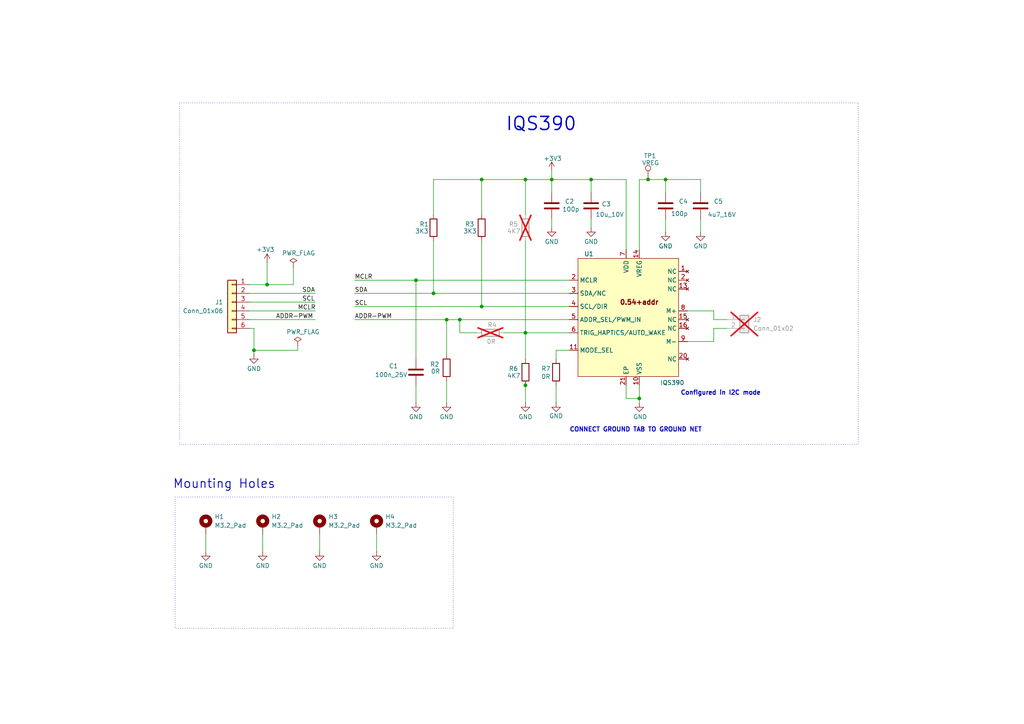
<source format=kicad_sch>
(kicad_sch (version 20231120) (generator "eeschema") (generator_version "8.0")
  (paper "A4")
  (title_block (title "IQS390 Evaluation Board") (date "2025-02-24") (rev "1.0") (company "https://github.com/tsokomalusi/"))
  (lib_symbols
    (symbol "Connector:TestPoint" (pin_numbers hide) (pin_names (offset 0.762) hide)
      (property "Reference" "TP" (at 0 6.858 0))
      (property "Value" "TestPoint" (at 0 5.08 0))
      (symbol "TestPoint_0_1"
        (circle (center 0 3.302) (radius 0.762))
      )
      (symbol "TestPoint_1_1"
        (pin passive line (at 0 0 90) (length 2.54) (name "1") (number "1"))
      )
    )
    (symbol "Connector_Generic:Conn_01x02" (pin_names (offset 1.016) hide)
      (property "Reference" "J" (at 0 2.54 0))
      (property "Value" "Conn_01x02" (at 0 -5.08 0))
      (symbol "Conn_01x02_1_1"
        (rectangle (start -1.27 -2.413) (end 0 -2.667) (stroke (width 0.1524)))
        (rectangle (start -1.27 0.127) (end 0 -0.127) (stroke (width 0.1524)))
        (rectangle (start -1.27 1.27) (end 1.27 -3.81) (stroke (width 0.254)) (fill (type background)))
        (pin passive line (at -5.08 0 0) (length 3.81) (name "Pin_1") (number "1"))
        (pin passive line (at -5.08 -2.54 0) (length 3.81) (name "Pin_2") (number "2"))
      )
    )
    (symbol "Connector_Generic:Conn_01x06" (pin_names (offset 1.016) hide)
      (property "Reference" "J" (at 0 7.62 0))
      (property "Value" "Conn_01x06" (at 0 -10.16 0))
      (symbol "Conn_01x06_1_1"
        (rectangle (start -1.27 -7.493) (end 0 -7.747) (stroke (width 0.1524)))
        (rectangle (start -1.27 -4.953) (end 0 -5.207) (stroke (width 0.1524)))
        (rectangle (start -1.27 -2.413) (end 0 -2.667) (stroke (width 0.1524)))
        (rectangle (start -1.27 0.127) (end 0 -0.127) (stroke (width 0.1524)))
        (rectangle (start -1.27 2.667) (end 0 2.413) (stroke (width 0.1524)))
        (rectangle (start -1.27 5.207) (end 0 4.953) (stroke (width 0.1524)))
        (rectangle (start -1.27 6.35) (end 1.27 -8.89) (stroke (width 0.254)) (fill (type background)))
        (pin passive line (at -5.08 5.08 0) (length 3.81) (name "Pin_1") (number "1"))
        (pin passive line (at -5.08 2.54 0) (length 3.81) (name "Pin_2") (number "2"))
        (pin passive line (at -5.08 0 0) (length 3.81) (name "Pin_3") (number "3"))
        (pin passive line (at -5.08 -2.54 0) (length 3.81) (name "Pin_4") (number "4"))
        (pin passive line (at -5.08 -5.08 0) (length 3.81) (name "Pin_5") (number "5"))
        (pin passive line (at -5.08 -7.62 0) (length 3.81) (name "Pin_6") (number "6"))
      )
    )
    (symbol "Device:C" (pin_numbers hide) (pin_names (offset 0.254))
      (property "Reference" "C" (at 0.635 2.54 0))
      (property "Value" "C" (at 0.635 -2.54 0))
      (symbol "C_0_1"
        (polyline (pts (xy -2.032 -0.762) (xy 2.032 -0.762)) (stroke (width 0.508)))
        (polyline (pts (xy -2.032 0.762) (xy 2.032 0.762)) (stroke (width 0.508)))
      )
      (symbol "C_1_1"
        (pin passive line (at 0 3.81 270) (length 2.794) (name "~") (number "1"))
        (pin passive line (at 0 -3.81 90) (length 2.794) (name "~") (number "2"))
      )
    )
    (symbol "Device:R" (pin_numbers hide) (pin_names (offset 0))
      (property "Reference" "R" (at 2.032 0 90))
      (property "Value" "R" (at 0 0 90))
      (symbol "R_0_1"
        (rectangle (start -1.016 -2.54) (end 1.016 2.54) (stroke (width 0.254)))
      )
      (symbol "R_1_1"
        (pin passive line (at 0 3.81 270) (length 1.27) (name "~") (number "1"))
        (pin passive line (at 0 -3.81 90) (length 1.27) (name "~") (number "2"))
      )
    )
    (symbol "Mechanical:MountingHole_Pad" (pin_numbers hide) (pin_names (offset 1.016) hide) (exclude_from_sim yes) (in_bom no)
      (property "Reference" "H" (at 0 6.35 0))
      (property "Value" "MountingHole_Pad" (at 0 4.445 0))
      (symbol "MountingHole_Pad_0_1"
        (circle (center 0 1.27) (radius 1.27) (stroke (width 1.27)))
      )
      (symbol "MountingHole_Pad_1_1"
        (pin input line (at 0 -2.54 90) (length 2.54) (name "1") (number "1"))
      )
    )
    (symbol "QS390_MCU:IQS390"
      (property "Reference" "U" (at -13.716 13.462 0))
      (property "Value" "IQS390" (at 6.858 -24.13 0))
      (property "MPN" "IQS390001QFR" (at 8.636 -35.814 0))
      (symbol "IQS390_1_1"
        (rectangle (start -19.05 11.43) (end 10.16 -22.86) (fill (type background)))
        (text "0.54+addr" (at -1.27 -1.27 0) (effects (font (size 1.397 1.397) (thickness 0.3048) (bold yes))))
        (pin no_connect line (at 12.7 7.62 180) (length 2.54) (name "NC") (number "1"))
        (pin passive line (at -1.27 -25.4 90) (length 2.54) (name "VSS") (number "10"))
        (pin input line (at -21.59 -15.24 0) (length 2.54) (name "MODE_SEL") (number "11"))
        (pin no_connect line (at 12.7 2.54 180) (length 2.54) (name "NC") (number "13"))
        (pin output line (at -1.27 13.97 270) (length 2.54) (name "VREG") (number "14"))
        (pin no_connect line (at 12.7 -6.35 180) (length 2.54) (name "NC") (number "15"))
        (pin no_connect line (at 12.7 -8.89 180) (length 2.54) (name "NC") (number "16"))
        (pin input line (at -21.59 5.08 0) (length 2.54) (name "MCLR") (number "2"))
        (pin no_connect line (at 12.7 5.08 180) (length 2.54) (name "NC") (number "2"))
        (pin no_connect line (at 12.7 -17.78 180) (length 2.54) (name "NC") (number "20"))
        (pin passive line (at -5.08 -25.4 90) (length 2.54) (name "EP") (number "21"))
        (pin bidirectional line (at -21.59 1.27 0) (length 2.54) (name "SDA/NC") (number "3"))
        (pin input line (at -21.59 -2.54 0) (length 2.54) (name "SCL/DIR") (number "4"))
        (pin input line (at -21.59 -6.35 0) (length 2.54) (name "ADDR_SEL/PWM_IN") (number "5"))
        (pin input line (at -21.59 -10.16 0) (length 2.54) (name "TRIG_HAPTICS/AUTO_WAKE") (number "6"))
        (pin power_in line (at -5.08 13.97 270) (length 2.54) (name "VDD") (number "7"))
        (pin output line (at 12.7 -3.81 180) (length 2.54) (name "M+") (number "8"))
        (pin output line (at 12.7 -12.7 180) (length 2.54) (name "M-") (number "9"))
      )
    )
    (symbol "power:+3V3" (power) (pin_numbers hide) (pin_names (offset 0) hide)
      (property "Value" "+3V3" (at 0 3.556 0))
      (symbol "+3V3_0_1"
        (polyline (pts (xy -0.762 1.27) (xy 0 2.54)))
        (polyline (pts (xy 0 0) (xy 0 2.54)))
        (polyline (pts (xy 0 2.54) (xy 0.762 1.27)))
      )
      (symbol "+3V3_1_1"
        (pin power_in line (at 0 0 90) (length 0) (name "~") (number "1"))
      )
    )
    (symbol "power:GND" (power) (pin_numbers hide) (pin_names (offset 0) hide)
      (property "Value" "GND" (at 0 -3.81 0))
      (symbol "GND_0_1"
        (polyline (pts (xy 0 0) (xy 0 -1.27) (xy 1.27 -1.27) (xy 0 -2.54) (xy -1.27 -1.27) (xy 0 -1.27)))
      )
      (symbol "GND_1_1"
        (pin power_in line (at 0 0 270) (length 0) (name "~") (number "1"))
      )
    )
    (symbol "power:PWR_FLAG" (power) (pin_numbers hide) (pin_names (offset 0) hide)
      (property "Value" "PWR_FLAG" (at 0 3.81 0))
      (symbol "PWR_FLAG_0_0"
        (pin power_out line (at 0 0 90) (length 0) (name "~") (number "1"))
      )
      (symbol "PWR_FLAG_0_1"
        (polyline (pts (xy 0 0) (xy 0 1.27) (xy -1.016 1.905) (xy 0 2.54) (xy 1.016 1.905) (xy 0 1.27)))
      )
    )
  )
  (junction (at 152.4 52.07))
  (junction (at 125.73 85.09))
  (junction (at 160.02 52.07))
  (junction (at 133.35 92.71))
  (junction (at 152.4 111.76))
  (junction (at 185.42 115.57))
  (junction (at 139.7 52.07))
  (junction (at 129.54 92.71))
  (junction (at 77.47 82.55))
  (junction (at 73.66 101.6))
  (junction (at 187.96 52.07))
  (junction (at 193.04 52.07))
  (junction (at 139.7 88.9))
  (junction (at 152.4 96.52))
  (junction (at 120.65 81.28))
  (junction (at 171.45 52.07))
  (wire (pts (xy 160.02 52.07) (xy 171.45 52.07)))
  (wire (pts (xy 102.87 85.09) (xy 125.73 85.09)))
  (wire (pts (xy 165.1 101.6) (xy 161.29 101.6)))
  (wire (pts (xy 152.4 52.07) (xy 152.4 62.23)))
  (wire (pts (xy 77.47 76.2) (xy 77.47 82.55)))
  (wire (pts (xy 171.45 52.07) (xy 171.45 55.88)))
  (wire (pts (xy 139.7 52.07) (xy 152.4 52.07)))
  (wire (pts (xy 133.35 96.52) (xy 133.35 92.71)))
  (wire (pts (xy 185.42 115.57) (xy 185.42 111.76)))
  (wire (pts (xy 92.71 154.94) (xy 92.71 160.02)))
  (wire (pts (xy 181.61 72.39) (xy 181.61 52.07)))
  (wire (pts (xy 73.66 95.25) (xy 73.66 101.6)))
  (wire (pts (xy 133.35 92.71) (xy 165.1 92.71)))
  (wire (pts (xy 193.04 52.07) (xy 203.2 52.07)))
  (wire (pts (xy 72.39 85.09) (xy 91.44 85.09)))
  (wire (pts (xy 72.39 95.25) (xy 73.66 95.25)))
  (wire (pts (xy 85.09 82.55) (xy 77.47 82.55)))
  (wire (pts (xy 207.01 90.17) (xy 199.39 90.17)))
  (wire (pts (xy 129.54 92.71) (xy 129.54 102.87)))
  (wire (pts (xy 181.61 115.57) (xy 185.42 115.57)))
  (wire (pts (xy 85.09 77.47) (xy 85.09 82.55)))
  (wire (pts (xy 146.05 96.52) (xy 152.4 96.52)))
  (wire (pts (xy 139.7 69.85) (xy 139.7 88.9)))
  (wire (pts (xy 207.01 92.71) (xy 207.01 90.17)))
  (wire (pts (xy 125.73 85.09) (xy 165.1 85.09)))
  (wire (pts (xy 86.36 101.6) (xy 73.66 101.6)))
  (wire (pts (xy 210.82 92.71) (xy 207.01 92.71)))
  (wire (pts (xy 152.4 96.52) (xy 165.1 96.52)))
  (wire (pts (xy 152.4 111.76) (xy 152.4 116.84)))
  (wire (pts (xy 120.65 81.28) (xy 165.1 81.28)))
  (wire (pts (xy 193.04 63.5) (xy 193.04 67.31)))
  (wire (pts (xy 86.36 100.33) (xy 86.36 101.6)))
  (wire (pts (xy 102.87 88.9) (xy 139.7 88.9)))
  (wire (pts (xy 152.4 52.07) (xy 160.02 52.07)))
  (wire (pts (xy 102.87 92.71) (xy 129.54 92.71)))
  (wire (pts (xy 171.45 63.5) (xy 171.45 66.04)))
  (wire (pts (xy 120.65 81.28) (xy 120.65 104.14)))
  (wire (pts (xy 125.73 52.07) (xy 139.7 52.07)))
  (wire (pts (xy 59.69 154.94) (xy 59.69 160.02)))
  (wire (pts (xy 160.02 52.07) (xy 160.02 55.88)))
  (wire (pts (xy 76.2 154.94) (xy 76.2 160.02)))
  (wire (pts (xy 73.66 101.6) (xy 73.66 102.87)))
  (wire (pts (xy 72.39 90.17) (xy 91.44 90.17)))
  (wire (pts (xy 139.7 52.07) (xy 139.7 62.23)))
  (wire (pts (xy 210.82 95.25) (xy 207.01 95.25)))
  (wire (pts (xy 109.22 154.94) (xy 109.22 160.02)))
  (wire (pts (xy 139.7 88.9) (xy 165.1 88.9)))
  (wire (pts (xy 161.29 111.76) (xy 161.29 116.84)))
  (wire (pts (xy 161.29 101.6) (xy 161.29 104.14)))
  (wire (pts (xy 171.45 52.07) (xy 181.61 52.07)))
  (wire (pts (xy 203.2 63.5) (xy 203.2 67.31)))
  (wire (pts (xy 120.65 111.76) (xy 120.65 116.84)))
  (wire (pts (xy 185.42 52.07) (xy 187.96 52.07)))
  (wire (pts (xy 129.54 110.49) (xy 129.54 116.84)))
  (wire (pts (xy 152.4 69.85) (xy 152.4 96.52)))
  (wire (pts (xy 193.04 52.07) (xy 193.04 55.88)))
  (wire (pts (xy 160.02 49.53) (xy 160.02 52.07)))
  (wire (pts (xy 129.54 92.71) (xy 133.35 92.71)))
  (wire (pts (xy 181.61 111.76) (xy 181.61 115.57)))
  (wire (pts (xy 125.73 62.23) (xy 125.73 52.07)))
  (wire (pts (xy 102.87 81.28) (xy 120.65 81.28)))
  (wire (pts (xy 207.01 95.25) (xy 207.01 99.06)))
  (wire (pts (xy 160.02 63.5) (xy 160.02 66.04)))
  (wire (pts (xy 138.43 96.52) (xy 133.35 96.52)))
  (wire (pts (xy 152.4 96.52) (xy 152.4 104.14)))
  (wire (pts (xy 203.2 52.07) (xy 203.2 55.88)))
  (wire (pts (xy 207.01 99.06) (xy 199.39 99.06)))
  (wire (pts (xy 125.73 69.85) (xy 125.73 85.09)))
  (wire (pts (xy 72.39 92.71) (xy 91.44 92.71)))
  (wire (pts (xy 152.4 110.49) (xy 152.4 111.76)))
  (wire (pts (xy 72.39 87.63) (xy 91.44 87.63)))
  (wire (pts (xy 185.42 72.39) (xy 185.42 52.07)))
  (wire (pts (xy 185.42 115.57) (xy 185.42 116.84)))
  (wire (pts (xy 72.39 82.55) (xy 77.47 82.55)))
  (wire (pts (xy 187.96 52.07) (xy 193.04 52.07)))
  (rectangle (start 50.8 144.145) (end 131.445 182.245) (stroke (width 0) (type dot)))
  (rectangle (start 52.07 29.845) (end 248.92 128.905) (stroke (width 0) (type dot)))
  (text "CONNECT GROUND TAB TO GROUND NET" (at 184.404 124.714 0) (effects (font (size 1.27 1.27) (thickness 0.254) (bold yes))))
  (text "Mounting Holes" (at 65.024 140.462 0) (effects (font (size 2.54 2.54) (thickness 0.254) (bold yes))))
  (text "Configured in I2C mode" (at 209.042 114.046 0) (effects (font (size 1.27 1.27) (thickness 0.254) (bold yes))))
  (text "IQS390" (at 156.972 36.068 0) (effects (font (size 3.81 3.81) (thickness 0.4064) (bold yes))))
  (label "SDA" (at 87.63 85.09 0))
  (label "MCLR" (at 86.36 90.17 0))
  (label "ADDR-PWM" (at 80.01 92.71 0))
  (label "SCL" (at 102.87 88.9 0))
  (label "MCLR" (at 102.87 81.28 0))
  (label "SCL" (at 87.63 87.63 0))
  (label "SDA" (at 102.87 85.09 0))
  (label "ADDR-PWM" (at 102.87 92.71 0))
  (symbol (lib_id "Device:R") (at 129.54 106.68 0) (unit 1)
    (property "Reference" "R2" (at 124.714 105.664 0) (effects (justify left)))
    (property "Value" "0R" (at 124.968 107.696 0) (effects (justify left)))
    (property "Footprint" "Resistor_SMD:R_0603_1608Metric" (effects (hide yes)))
    (property "Description" "Resistor" (effects (hide yes)))
  )
  (symbol (lib_id "Mechanical:MountingHole_Pad") (at 59.69 152.4 0) (unit 1) (exclude_from_sim yes) (in_bom no)
    (property "Reference" "H1" (at 62.23 149.8599 0) (effects (justify left)))
    (property "Value" "M3.2_Pad" (at 62.23 152.3999 0) (effects (justify left)))
    (property "Footprint" "MountingHole:MountingHole_3.2mm_M3_Pad" (effects (hide yes)))
    (property "Description" "Mounting Hole with connection" (effects (hide yes)))
  )
  (symbol (lib_id "power:GND") (at 59.69 160.02 0) (unit 1)
    (property "Reference" "#PWR013" (effects (hide yes)))
    (property "Value" "GND" (at 59.69 164.084 0))
    (property "Description" "Power symbol creates a global label with name \"GND\" , ground" (effects (hide yes)))
  )
  (symbol (lib_id "Connector:TestPoint") (at 187.96 52.07 0) (unit 1)
    (property "Reference" "TP1" (at 186.69 45.212 0) (effects (justify left)))
    (property "Value" "VREG" (at 186.182 47.244 0) (effects (justify left)))
    (property "Footprint" "TestPoint:TestPoint_Pad_D1.5mm" (effects (hide yes)))
    (property "Description" "test point" (effects (hide yes)))
  )
  (symbol (lib_id "power:GND") (at 109.22 160.02 0) (unit 1)
    (property "Reference" "#PWR016" (effects (hide yes)))
    (property "Value" "GND" (at 109.22 164.084 0))
    (property "Description" "Power symbol creates a global label with name \"GND\" , ground" (effects (hide yes)))
  )
  (symbol (lib_id "Device:R") (at 139.7 66.04 0) (unit 1)
    (property "Reference" "R3" (at 134.874 65.024 0) (effects (justify left)))
    (property "Value" "3K3" (at 134.366 67.056 0) (effects (justify left)))
    (property "Footprint" "Resistor_SMD:R_0603_1608Metric" (effects (hide yes)))
    (property "Description" "Resistor" (effects (hide yes)))
  )
  (symbol (lib_id "power:GND") (at 129.54 116.84 0) (unit 1)
    (property "Reference" "#PWR04" (effects (hide yes)))
    (property "Value" "GND" (at 129.54 120.904 0))
    (property "Description" "Power symbol creates a global label with name \"GND\" , ground" (effects (hide yes)))
  )
  (symbol (lib_id "Device:R") (at 142.24 96.52 90) (unit 1) (dnp yes)
    (property "Reference" "R4" (at 142.748 94.234 90))
    (property "Value" "0R" (at 142.494 99.06 90))
    (property "Footprint" "Resistor_SMD:R_0603_1608Metric" (effects (hide yes)))
    (property "Description" "Resistor" (effects (hide yes)))
  )
  (symbol (lib_id "power:GND") (at 171.45 66.04 0) (unit 1)
    (property "Reference" "#PWR06" (effects (hide yes)))
    (property "Value" "GND" (at 171.45 70.104 0))
    (property "Description" "Power symbol creates a global label with name \"GND\" , ground" (effects (hide yes)))
  )
  (symbol (lib_id "Device:C") (at 171.45 59.69 0) (unit 1)
    (property "Reference" "C3" (at 174.498 59.182 0) (effects (justify left)))
    (property "Value" "10u_10V" (at 172.72 62.23 0) (effects (justify left)))
    (property "Footprint" "Capacitor_SMD:C_0201_0603Metric" (effects (hide yes)))
    (property "Description" "Unpolarized capacitor" (effects (hide yes)))
  )
  (symbol (lib_id "Mechanical:MountingHole_Pad") (at 76.2 152.4 0) (unit 1) (exclude_from_sim yes) (in_bom no)
    (property "Reference" "H2" (at 78.74 149.8599 0) (effects (justify left)))
    (property "Value" "M3.2_Pad" (at 78.74 152.3999 0) (effects (justify left)))
    (property "Footprint" "MountingHole:MountingHole_3.2mm_M3_Pad" (effects (hide yes)))
    (property "Description" "Mounting Hole with connection" (effects (hide yes)))
  )
  (symbol (lib_id "Device:C") (at 160.02 59.69 0) (unit 1)
    (property "Reference" "C2" (at 163.83 58.42 0) (effects (justify left)))
    (property "Value" "100p" (at 163.068 60.706 0) (effects (justify left)))
    (property "Footprint" "Capacitor_SMD:C_0201_0603Metric" (effects (hide yes)))
    (property "Description" "Unpolarized capacitor" (effects (hide yes)))
  )
  (symbol (lib_id "power:+3V3") (at 160.02 49.53 0) (unit 1)
    (property "Reference" "#PWR07" (effects (hide yes)))
    (property "Value" "+3V3" (at 160.274 45.974 0))
    (property "Description" "Power symbol creates a global label with name \"+3V3\"" (effects (hide yes)))
  )
  (symbol (lib_id "Device:R") (at 152.4 107.95 0) (unit 1)
    (property "Reference" "R6" (at 147.574 106.934 0) (effects (justify left)))
    (property "Value" "4K7" (at 147.066 108.966 0) (effects (justify left)))
    (property "Footprint" "Resistor_SMD:R_0603_1608Metric" (effects (hide yes)))
    (property "Description" "Resistor" (effects (hide yes)))
  )
  (symbol (lib_id "power:PWR_FLAG") (at 85.09 77.47 0) (unit 1)
    (property "Reference" "#FLG01" (effects (hide yes)))
    (property "Value" "PWR_FLAG" (at 86.614 73.406 0))
    (property "Description" "Special symbol for telling ERC where power comes from" (effects (hide yes)))
  )
  (symbol (lib_id "power:+3V3") (at 77.47 76.2 0) (unit 1)
    (property "Reference" "#PWR010" (effects (hide yes)))
    (property "Value" "+3V3" (at 76.962 72.39 0))
    (property "Description" "Power symbol creates a global label with name \"+3V3\"" (effects (hide yes)))
  )
  (symbol (lib_id "power:PWR_FLAG") (at 86.36 100.33 0) (unit 1)
    (property "Reference" "#FLG02" (effects (hide yes)))
    (property "Value" "PWR_FLAG" (at 87.884 96.266 0))
    (property "Description" "Special symbol for telling ERC where power comes from" (effects (hide yes)))
  )
  (symbol (lib_id "power:GND") (at 120.65 116.84 0) (unit 1)
    (property "Reference" "#PWR012" (effects (hide yes)))
    (property "Value" "GND" (at 120.65 120.904 0))
    (property "Description" "Power symbol creates a global label with name \"GND\" , ground" (effects (hide yes)))
  )
  (symbol (lib_id "Device:R") (at 152.4 66.04 0) (unit 1) (dnp yes)
    (property "Reference" "R5" (at 147.574 65.024 0) (effects (justify left)))
    (property "Value" "4K7" (at 147.066 67.056 0) (effects (justify left)))
    (property "Footprint" "Resistor_SMD:R_0603_1608Metric" (effects (hide yes)))
    (property "Description" "Resistor" (effects (hide yes)))
  )
  (symbol (lib_id "Mechanical:MountingHole_Pad") (at 109.22 152.4 0) (unit 1) (exclude_from_sim yes) (in_bom no)
    (property "Reference" "H4" (at 111.76 149.8599 0) (effects (justify left)))
    (property "Value" "M3.2_Pad" (at 111.76 152.3999 0) (effects (justify left)))
    (property "Footprint" "MountingHole:MountingHole_3.2mm_M3_Pad" (effects (hide yes)))
    (property "Description" "Mounting Hole with connection" (effects (hide yes)))
  )
  (symbol (lib_id "Device:C") (at 120.65 107.95 0) (unit 1)
    (property "Reference" "C1" (at 112.776 106.172 0) (effects (justify left)))
    (property "Value" "100n_25V" (at 108.712 108.712 0) (effects (justify left)))
    (property "Footprint" "Capacitor_SMD:C_0201_0603Metric" (effects (hide yes)))
    (property "Description" "Unpolarized capacitor" (effects (hide yes)))
  )
  (symbol (lib_id "Connector_Generic:Conn_01x02") (at 215.9 92.71 0) (unit 1) (dnp yes)
    (property "Reference" "J2" (at 218.44 92.7099 0) (effects (justify left)))
    (property "Value" "Conn_01x02" (at 218.44 95.2499 0) (effects (justify left)))
    (property "Footprint" "Connector_PinSocket_2.54mm:PinSocket_1x02_P2.54mm_Vertical" (effects (hide yes)))
    (property "Description" "Generic connector, single row, 01x02, script generated (kicad-library-utils/schlib/autogen/connector/)" (effects (hide yes)))
  )
  (symbol (lib_id "Device:C") (at 193.04 59.69 0) (unit 1)
    (property "Reference" "C4" (at 196.85 58.4199 0) (effects (justify left)))
    (property "Value" "100p" (at 194.564 61.976 0) (effects (justify left)))
    (property "Footprint" "Capacitor_SMD:C_0201_0603Metric" (effects (hide yes)))
    (property "Description" "Unpolarized capacitor" (effects (hide yes)))
  )
  (symbol (lib_id "power:GND") (at 73.66 102.87 0) (unit 1)
    (property "Reference" "#PWR011" (effects (hide yes)))
    (property "Value" "GND" (at 73.66 106.934 0))
    (property "Description" "Power symbol creates a global label with name \"GND\" , ground" (effects (hide yes)))
  )
  (symbol (lib_id "power:GND") (at 161.29 116.84 0) (unit 1)
    (property "Reference" "#PWR02" (effects (hide yes)))
    (property "Value" "GND" (at 161.29 120.65 0))
    (property "Description" "Power symbol creates a global label with name \"GND\" , ground" (effects (hide yes)))
  )
  (symbol (lib_id "power:GND") (at 185.42 116.84 0) (unit 1)
    (property "Reference" "#PWR03" (effects (hide yes)))
    (property "Value" "GND" (at 185.674 120.904 0))
    (property "Description" "Power symbol creates a global label with name \"GND\" , ground" (effects (hide yes)))
  )
  (symbol (lib_id "power:GND") (at 193.04 67.31 0) (unit 1)
    (property "Reference" "#PWR08" (effects (hide yes)))
    (property "Value" "GND" (at 193.04 71.374 0))
    (property "Description" "Power symbol creates a global label with name \"GND\" , ground" (effects (hide yes)))
  )
  (symbol (lib_id "Device:R") (at 125.73 66.04 0) (unit 1)
    (property "Reference" "R1" (at 121.666 65.024 0) (effects (justify left)))
    (property "Value" "3K3" (at 120.396 67.056 0) (effects (justify left)))
    (property "Footprint" "Resistor_SMD:R_0603_1608Metric" (effects (hide yes)))
    (property "Description" "Resistor" (effects (hide yes)))
  )
  (symbol (lib_id "power:GND") (at 92.71 160.02 0) (unit 1)
    (property "Reference" "#PWR015" (effects (hide yes)))
    (property "Value" "GND" (at 92.71 164.084 0))
    (property "Description" "Power symbol creates a global label with name \"GND\" , ground" (effects (hide yes)))
  )
  (symbol (lib_id "Connector_Generic:Conn_01x06") (at 67.31 87.63 0) (mirror y) (unit 1)
    (property "Reference" "J1" (at 64.77 87.6299 0) (effects (justify left)))
    (property "Value" "Conn_01x06" (at 64.77 90.1699 0) (effects (justify left)))
    (property "Footprint" "Connector_PinHeader_2.54mm:PinHeader_1x01_P2.54mm_Vertical" (effects (hide yes)))
    (property "Description" "Generic connector, single row, 01x06, script generated (kicad-library-utils/schlib/autogen/connector/)" (effects (hide yes)))
  )
  (symbol (lib_id "Device:C") (at 203.2 59.69 0) (unit 1)
    (property "Reference" "C5" (at 207.01 58.4199 0) (effects (justify left)))
    (property "Value" "4u7_16V" (at 205.232 62.23 0) (effects (justify left)))
    (property "Footprint" "Capacitor_SMD:C_0201_0603Metric" (effects (hide yes)))
    (property "Description" "Unpolarized capacitor" (effects (hide yes)))
  )
  (symbol (lib_id "Device:R") (at 161.29 107.95 0) (unit 1)
    (property "Reference" "R7" (at 156.972 106.934 0) (effects (justify left)))
    (property "Value" "0R" (at 156.972 109.22 0) (effects (justify left)))
    (property "Footprint" "Resistor_SMD:R_0603_1608Metric" (effects (hide yes)))
    (property "Description" "Resistor" (effects (hide yes)))
  )
  (symbol (lib_id "power:GND") (at 152.4 116.84 0) (unit 1)
    (property "Reference" "#PWR01" (effects (hide yes)))
    (property "Value" "GND" (at 152.4 120.904 0))
    (property "Description" "Power symbol creates a global label with name \"GND\" , ground" (effects (hide yes)))
  )
  (symbol (lib_id "power:GND") (at 160.02 66.04 0) (unit 1)
    (property "Reference" "#PWR05" (effects (hide yes)))
    (property "Value" "GND" (at 160.02 70.104 0))
    (property "Description" "Power symbol creates a global label with name \"GND\" , ground" (effects (hide yes)))
  )
  (symbol (lib_id "Mechanical:MountingHole_Pad") (at 92.71 152.4 0) (unit 1) (exclude_from_sim yes) (in_bom no)
    (property "Reference" "H3" (at 95.25 149.8599 0) (effects (justify left)))
    (property "Value" "M3.2_Pad" (at 95.25 152.3999 0) (effects (justify left)))
    (property "Footprint" "MountingHole:MountingHole_3.2mm_M3_Pad" (effects (hide yes)))
    (property "Description" "Mounting Hole with connection" (effects (hide yes)))
  )
  (symbol (lib_id "power:GND") (at 76.2 160.02 0) (unit 1)
    (property "Reference" "#PWR014" (effects (hide yes)))
    (property "Value" "GND" (at 76.2 164.084 0))
    (property "Description" "Power symbol creates a global label with name \"GND\" , ground" (effects (hide yes)))
  )
  (symbol (lib_id "QS390_MCU:IQS390") (at 186.69 86.36 0) (unit 1)
    (property "Reference" "U1" (at 169.418 73.66 0) (effects (justify left)))
    (property "Value" "IQS390" (at 191.516 110.998 0) (effects (justify left)))
    (property "Footprint" "Package_DFN_QFN:QFN-20-1EP_3x3mm_P0.4mm_EP1.65x1.65mm_ThermalVias" (effects (hide yes)))
    (property "Datasheet" "https://www.mouser.co.za/pdfDocs/Azoteq_01-10-2025_iqs390-datasheet_v10.pdf" (effects (hide yes)))
    (property "Description" "Haptics LRA driver with internal H-bridge and H-bridge protections." (effects (hide yes)))
    (property "MPN" "IQS390001QFR" (effects (hide yes)))
  )
  (symbol (lib_id "power:GND") (at 203.2 67.31 0) (unit 1)
    (property "Reference" "#PWR09" (effects (hide yes)))
    (property "Value" "GND" (at 203.2 71.374 0))
    (property "Description" "Power symbol creates a global label with name \"GND\" , ground" (effects (hide yes)))
  )
)
</source>
